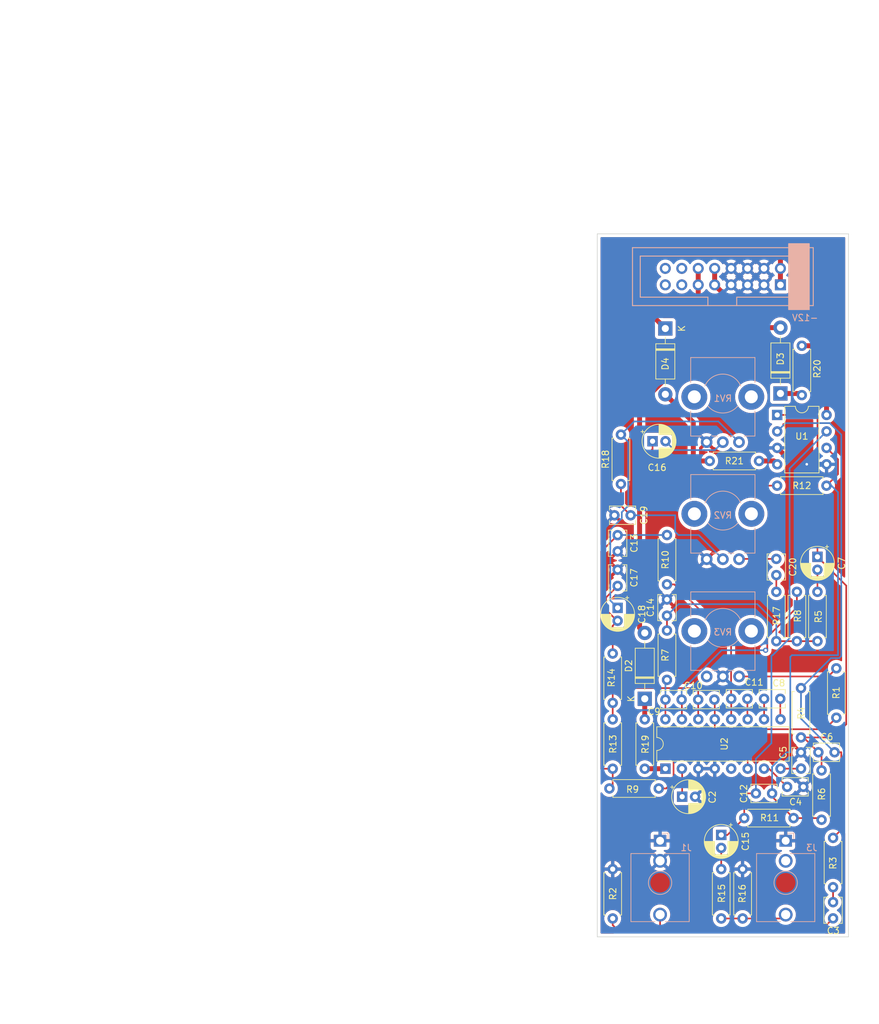
<source format=kicad_pcb>
(kicad_pcb (version 20211014) (generator pcbnew)
  (layers (0 "F.Cu" signal) (31 "B.Cu" signal) (34 "B.Paste" user) (35 "F.Paste" user) (36 "B.SilkS" user "B.Silkscreen") (37 "F.SilkS" user "F.Silkscreen") (38 "B.Mask" user) (39 "F.Mask" user) (44 "Edge.Cuts" user))
  (net 0 "")
  (net 1 "Net-(C2-Pad1)")
  (net 2 "GND")
  (net 3 "Net-(C3-Pad1)")
  (net 4 "Net-(C3-Pad2)")
  (net 5 "Net-(C4-Pad1)")
  (net 6 "Net-(C5-Pad1)")
  (net 7 "Net-(C6-Pad1)")
  (net 8 "Net-(C6-Pad2)")
  (net 9 "Net-(C7-Pad2)")
  (net 10 "Net-(C8-Pad1)")
  (net 11 "Net-(C8-Pad2)")
  (net 12 "Net-(C9-Pad1)")
  (net 13 "Net-(C9-Pad2)")
  (net 14 "Net-(C10-Pad1)")
  (net 15 "Net-(C10-Pad2)")
  (net 16 "Net-(C11-Pad1)")
  (net 17 "Net-(C11-Pad2)")
  (net 18 "Net-(C12-Pad1)")
  (net 19 "Net-(C12-Pad2)")
  (net 20 "Net-(C13-Pad1)")
  (net 21 "Net-(C14-Pad1)")
  (net 22 "Net-(C15-Pad2)")
  (net 23 "Net-(C16-Pad1)")
  (net 24 "Net-(C16-Pad2)")
  (net 25 "Net-(C17-Pad1)")
  (net 26 "Net-(C18-Pad1)")
  (net 27 "Net-(C19-Pad2)")
  (net 28 "Net-(C20-Pad1)")
  (net 29 "Net-(C20-Pad2)")
  (net 30 "/AD5")
  (net 31 "/5+")
  (net 32 "/AD12")
  (net 33 "/12+")
  (net 34 "Net-(D4-Pad1)")
  (net 35 "Net-(D4-Pad2)")
  (net 40 "Net-(R1-Pad1)")
  (net 41 "Net-(R1-Pad2)")
  (net 43 "+12V")
  (net 44 "-12V")
  (net 46 "+5V")
  (net 48 "Net-(J3-PadT)")
  (footprint "Resistor_THT:R_Axial_DIN0207_L6.3mm_D2.5mm_P7.62mm_Horizontal" (layer "F.Cu") (at 152.908 78.232 180)
    (fp_text reference "R21" (at 3.81 0) (layer "F.SilkS"))
    (fp_text value "10")
    (pad "1" thru_hole circle (at 0 0 180) (size 1.6 1.6) (drill 0.8) (layers *.Cu *.Mask) (net 44 "-12V"))
    (pad "2" thru_hole oval (at 7.62 0 180) (size 1.6 1.6) (drill 0.8) (layers *.Cu *.Mask) (net 35 "Net-(D4-Pad2)"))
  )
  (footprint "Resistor_THT:R_Axial_DIN0207_L6.3mm_D2.5mm_P7.62mm_Horizontal" (layer "F.Cu") (at 130.302 148.844 90)
    (fp_text reference "R2" (at 3.814 0.038 90) (layer "F.SilkS"))
    (fp_text value "1M")
    (pad "1" thru_hole circle (at 0 0 90) (size 1.6 1.6) (drill 0.8) (layers *.Cu *.Mask) (net 3 "Net-(C3-Pad1)"))
    (pad "2" thru_hole oval (at 7.62 0 90) (size 1.6 1.6) (drill 0.8) (layers *.Cu *.Mask) (net 2 "GND"))
  )
  (footprint "Diode_THT:D_DO-41_SOD81_P10.16mm_Horizontal" (layer "F.Cu") (at 156.21 67.818 90)
    (fp_text reference "D3" (at 5.334 0 90) (layer "F.SilkS"))
    (fp_text value "1N5819")
    (pad "1" thru_hole rect (at 0 0 90) (size 2.2 2.2) (drill 1.1) (layers *.Cu *.Mask) (net 32 "/AD12"))
    (pad "2" thru_hole oval (at 10.16 0 90) (size 2.2 2.2) (drill 1.1) (layers *.Cu *.Mask) (net 33 "/12+"))
  )
  (footprint "Capacitor_THT:C_Disc_D3.8mm_W2.6mm_P2.50mm" (layer "F.Cu") (at 155.575 93.345 -90)
    (fp_text reference "C20" (at 1.25 -2.55 90) (layer "F.SilkS"))
    (fp_text value ".022uF")
    (pad "1" thru_hole circle (at 0 0 270) (size 1.6 1.6) (drill 0.8) (layers *.Cu *.Mask) (net 28 "Net-(C20-Pad1)"))
    (pad "2" thru_hole circle (at 2.5 0 270) (size 1.6 1.6) (drill 0.8) (layers *.Cu *.Mask) (net 29 "Net-(C20-Pad2)"))
  )
  (footprint "Resistor_THT:R_Axial_DIN0207_L6.3mm_D2.5mm_P7.62mm_Horizontal" (layer "F.Cu") (at 159.512 60.452 -90)
    (fp_text reference "R20" (at 3.556 -2.37 90) (layer "F.SilkS"))
    (fp_text value "10")
    (pad "1" thru_hole circle (at 0 0 270) (size 1.6 1.6) (drill 0.8) (layers *.Cu *.Mask) (net 43 "+12V"))
    (pad "2" thru_hole oval (at 7.62 0 270) (size 1.6 1.6) (drill 0.8) (layers *.Cu *.Mask) (net 32 "/AD12"))
  )
  (footprint "Capacitor_THT:C_Disc_D3.8mm_W2.6mm_P2.50mm" (layer "F.Cu") (at 164.338 148.824 90)
    (fp_text reference "C3" (at -1.906 0.032 180) (layer "F.SilkS"))
    (fp_text value ".22uF")
    (pad "1" thru_hole circle (at 0 0 90) (size 1.6 1.6) (drill 0.8) (layers *.Cu *.Mask) (net 3 "Net-(C3-Pad1)"))
    (pad "2" thru_hole circle (at 2.5 0 90) (size 1.6 1.6) (drill 0.8) (layers *.Cu *.Mask) (net 4 "Net-(C3-Pad2)"))
  )
  (footprint "Resistor_THT:R_Axial_DIN0207_L6.3mm_D2.5mm_P7.62mm_Horizontal" (layer "F.Cu") (at 150.622 133.35)
    (fp_text reference "R11" (at 3.908 -0.04) (layer "F.SilkS"))
    (fp_text value "12K")
    (pad "1" thru_hole circle (at 0 0) (size 1.6 1.6) (drill 0.8) (layers *.Cu *.Mask) (net 19 "Net-(C12-Pad2)"))
    (pad "2" thru_hole oval (at 7.62 0) (size 1.6 1.6) (drill 0.8) (layers *.Cu *.Mask) (net 18 "Net-(C12-Pad1)"))
  )
  (footprint "Resistor_THT:R_Axial_DIN0207_L6.3mm_D2.5mm_P7.62mm_Horizontal" (layer "F.Cu") (at 162.56 133.604 90)
    (fp_text reference "R6" (at 3.964 0.03 90) (layer "F.SilkS"))
    (fp_text value "22K")
    (pad "1" thru_hole circle (at 0 0 90) (size 1.6 1.6) (drill 0.8) (layers *.Cu *.Mask) (net 18 "Net-(C12-Pad1)"))
    (pad "2" thru_hole oval (at 7.62 0 90) (size 1.6 1.6) (drill 0.8) (layers *.Cu *.Mask) (net 8 "Net-(C6-Pad2)"))
  )
  (footprint "Resistor_THT:R_Axial_DIN0207_L6.3mm_D2.5mm_P7.62mm_Horizontal" (layer "F.Cu") (at 158.75 98.425 -90)
    (fp_text reference "R8" (at 3.735 -0.12 90) (layer "F.SilkS"))
    (fp_text value "10K")
    (pad "1" thru_hole circle (at 0 0 270) (size 1.6 1.6) (drill 0.8) (layers *.Cu *.Mask) (net 13 "Net-(C9-Pad2)"))
    (pad "2" thru_hole oval (at 7.62 0 270) (size 1.6 1.6) (drill 0.8) (layers *.Cu *.Mask) (net 21 "Net-(C14-Pad1)"))
  )
  (footprint "Package_DIP:DIP-8_W7.62mm" (layer "F.Cu") (at 155.712 71.13)
    (fp_text reference "U1" (at 3.81 3.292) (layer "F.SilkS"))
    (fp_text value "TL072")
    (pad "1" thru_hole rect (at 0 0) (size 1.6 1.6) (drill 0.8) (layers *.Cu *.Mask) (net 8 "Net-(C6-Pad2)"))
    (pad "2" thru_hole oval (at 0 2.54) (size 1.6 1.6) (drill 0.8) (layers *.Cu *.Mask) (net 7 "Net-(C6-Pad1)"))
    (pad "3" thru_hole oval (at 0 5.08) (size 1.6 1.6) (drill 0.8) (layers *.Cu *.Mask) (net 2 "GND"))
    (pad "4" thru_hole oval (at 0 7.62) (size 1.6 1.6) (drill 0.8) (layers *.Cu *.Mask) (net 44 "-12V"))
    (pad "5" thru_hole oval (at 7.62 7.62) (size 1.6 1.6) (drill 0.8) (layers *.Cu *.Mask) (net 2 "GND"))
    (pad "6" thru_hole oval (at 7.62 5.08) (size 1.6 1.6) (drill 0.8) (layers *.Cu *.Mask) (net 18 "Net-(C12-Pad1)"))
    (pad "7" thru_hole oval (at 7.62 2.54) (size 1.6 1.6) (drill 0.8) (layers *.Cu *.Mask) (net 19 "Net-(C12-Pad2)"))
    (pad "8" thru_hole oval (at 7.62 0) (size 1.6 1.6) (drill 0.8) (layers *.Cu *.Mask) (net 43 "+12V"))
  )
  (footprint "MountingHole:MountingHole_3.2mm_M3" (layer "F.Cu") (at 85.24 161.67)
    (fp_text reference "REF**" hide)
    (fp_text value "MountingHole_3.2mm_M3" hide)
    (pad "" np_thru_hole oval locked (at 0 0) (size 7 3.2) (drill oval 7 3.2) (layers F&B.Cu *.Mask))
  )
  (footprint "Capacitor_THT:CP_Radial_D5.0mm_P2.00mm" (layer "F.Cu") (at 136.458888 75.184)
    (fp_text reference "C16" (at 0.701112 4.064) (layer "F.SilkS"))
    (fp_text value "1uF")
    (pad "1" thru_hole rect (at 0 0) (size 1.6 1.6) (drill 0.8) (layers *.Cu *.Mask) (net 23 "Net-(C16-Pad1)"))
    (pad "2" thru_hole circle (at 2 0) (size 1.6 1.6) (drill 0.8) (layers *.Cu *.Mask) (net 24 "Net-(C16-Pad2)"))
  )
  (footprint "Capacitor_THT:C_Disc_D3.8mm_W2.6mm_P2.50mm" (layer "F.Cu") (at 148.61 114.935)
    (fp_text reference "C11" (at 3.536 -2.55) (layer "F.SilkS"))
    (fp_text value ".1uF")
    (pad "1" thru_hole circle (at 0 0) (size 1.6 1.6) (drill 0.8) (layers *.Cu *.Mask) (net 16 "Net-(C11-Pad1)"))
    (pad "2" thru_hole circle (at 2.5 0) (size 1.6 1.6) (drill 0.8) (layers *.Cu *.Mask) (net 17 "Net-(C11-Pad2)"))
  )
  (footprint "Diode_THT:D_DO-41_SOD81_P10.16mm_Horizontal" (layer "F.Cu") (at 138.43 57.785 -90)
    (fp_text reference "D4" (at 5.461 0 90) (layer "F.SilkS"))
    (fp_text value "1N5819")
    (fp_text user "K" (at 0 -2.54 90) (layer "F.SilkS"))
    (pad "1" thru_hole rect (at 0 0 270) (size 2.2 2.2) (drill 1.1) (layers *.Cu *.Mask) (net 34 "Net-(D4-Pad1)"))
    (pad "2" thru_hole oval (at 10.16 0 270) (size 2.2 2.2) (drill 1.1) (layers *.Cu *.Mask) (net 35 "Net-(D4-Pad2)"))
  )
  (footprint "Capacitor_THT:CP_Radial_D5.0mm_P2.00mm" (layer "F.Cu") (at 131.064 100.898888 -90)
    (fp_text reference "C18" (at 1 -3.75 90) (layer "F.SilkS"))
    (fp_text value "1uF")
    (pad "1" thru_hole rect (at 0 0 270) (size 1.6 1.6) (drill 0.8) (layers *.Cu *.Mask) (net 26 "Net-(C18-Pad1)"))
    (pad "2" thru_hole circle (at 2 0 270) (size 1.6 1.6) (drill 0.8) (layers *.Cu *.Mask) (net 25 "Net-(C17-Pad1)"))
  )
  (footprint "Capacitor_THT:C_Disc_D3.8mm_W2.6mm_P2.50mm" (layer "F.Cu") (at 130.576 86.614)
    (fp_text reference "C19" (at 4.552 0 90) (layer "F.SilkS"))
    (fp_text value ".047uF")
    (pad "1" thru_hole circle (at 0 0) (size 1.6 1.6) (drill 0.8) (layers *.Cu *.Mask) (net 2 "GND"))
    (pad "2" thru_hole circle (at 2.5 0) (size 1.6 1.6) (drill 0.8) (layers *.Cu *.Mask) (net 27 "Net-(C19-Pad2)"))
  )
  (footprint "Capacitor_THT:C_Disc_D3.8mm_W2.6mm_P2.50mm" (layer "F.Cu") (at 131.064 97.516 90)
    (fp_text reference "C17" (at 1.25 2.54 90) (layer "F.SilkS"))
    (fp_text value ".01uF")
    (pad "1" thru_hole circle (at 0 0 90) (size 1.6 1.6) (drill 0.8) (layers *.Cu *.Mask) (net 25 "Net-(C17-Pad1)"))
    (pad "2" thru_hole circle (at 2.5 0 90) (size 1.6 1.6) (drill 0.8) (layers *.Cu *.Mask) (net 2 "GND"))
  )
  (footprint "Capacitor_THT:C_Disc_D3.8mm_W2.6mm_P2.50mm" (layer "F.Cu") (at 164.572 123.19 180)
    (fp_text reference "C6" (at 1.192 2.37) (layer "F.SilkS"))
    (fp_text value "47pF")
    (pad "1" thru_hole circle (at 0 0 180) (size 1.6 1.6) (drill 0.8) (layers *.Cu *.Mask) (net 7 "Net-(C6-Pad1)"))
    (pad "2" thru_hole circle (at 2.5 0 180) (size 1.6 1.6) (drill 0.8) (layers *.Cu *.Mask) (net 8 "Net-(C6-Pad2)"))
  )
  (footprint "Resistor_THT:R_Axial_DIN0207_L6.3mm_D2.5mm_P7.62mm_Horizontal" (layer "F.Cu") (at 131.572 81.788 90)
    (fp_text reference "R18" (at 3.81 -2.37 90) (layer "F.SilkS"))
    (fp_text value "2K")
    (pad "1" thru_hole circle (at 0 0 90) (size 1.6 1.6) (drill 0.8) (layers *.Cu *.Mask) (net 27 "Net-(C19-Pad2)"))
    (pad "2" thru_hole oval (at 7.62 0 90) (size 1.6 1.6) (drill 0.8) (layers *.Cu *.Mask) (net 26 "Net-(C18-Pad1)"))
  )
  (footprint "Resistor_THT:R_Axial_DIN0207_L6.3mm_D2.5mm_P7.62mm_Horizontal" (layer "F.Cu") (at 155.702 82.042)
    (fp_text reference "R12" (at 3.81 0) (layer "F.SilkS"))
    (fp_text value "20K")
    (pad "1" thru_hole circle (at 0 0) (size 1.6 1.6) (drill 0.8) (layers *.Cu *.Mask) (net 23 "Net-(C16-Pad1)"))
    (pad "2" thru_hole oval (at 7.62 0) (size 1.6 1.6) (drill 0.8) (layers *.Cu *.Mask) (net 18 "Net-(C12-Pad1)"))
  )
  (footprint "" (layer "F.Cu") (at 39.46 58.57)
    (fp_text reference "" (at 0 0) (layer "F.SilkS") (effects (font (size 1.27 1.27))))
    (fp_text value "" (at 0 0) (layer "F.SilkS") (effects (font (size 1.27 1.27))))
    (pad "" np_thru_hole circle (at 0 0) (size 7.2 7.2) (drill 7.2) (layers F&B.Cu *.Mask))
  )
  (footprint "Capacitor_THT:C_Disc_D3.8mm_W2.6mm_P2.50mm" (layer "F.Cu") (at 159.385 125.71 90)
    (fp_text reference "C5" (at 2.49 -2.745 90) (layer "F.SilkS"))
    (fp_text value ".1uF")
    (pad "1" thru_hole circle (at 0 0 90) (size 1.6 1.6) (drill 0.8) (layers *.Cu *.Mask) (net 6 "Net-(C5-Pad1)"))
    (pad "2" thru_hole circle (at 2.5 0 90) (size 1.6 1.6) (drill 0.8) (layers *.Cu *.Mask) (net 2 "GND"))
  )
  (footprint "Resistor_THT:R_Axial_DIN0207_L6.3mm_D2.5mm_P7.62mm_Horizontal" (layer "F.Cu") (at 130.302 118.11 -90)
    (fp_text reference "R13" (at 3.81 -0.048 90) (layer "F.SilkS"))
    (fp_text value "20K")
    (pad "1" thru_hole circle (at 0 0 270) (size 1.6 1.6) (drill 0.8) (layers *.Cu *.Mask) (net 14 "Net-(C10-Pad1)"))
    (pad "2" thru_hole oval (at 7.62 0 270) (size 1.6 1.6) (drill 0.8) (layers *.Cu *.Mask) (net 20 "Net-(C13-Pad1)"))
  )
  (footprint "Diode_THT:D_DO-41_SOD81_P10.16mm_Horizontal" (layer "F.Cu") (at 135.255 114.935 90)
    (fp_text reference "D2" (at 5.08 -2.47 90) (layer "F.SilkS"))
    (fp_text value "1N5819")
    (fp_text user "K" (at 0 -2.1 90) (layer "F.SilkS"))
    (pad "1" thru_hole rect (at 0 0 90) (size 2.2 2.2) (drill 1.1) (layers *.Cu *.Mask) (net 30 "/AD5"))
    (pad "2" thru_hole oval (at 10.16 0 90) (size 2.2 2.2) (drill 1.1) (layers *.Cu *.Mask) (net 31 "/5+"))
  )
  (footprint "Resistor_THT:R_Axial_DIN0207_L6.3mm_D2.5mm_P7.62mm_Horizontal" (layer "F.Cu") (at 138.684 97.282 90)
    (fp_text reference "R10" (at 3.81 -0.254 90) (layer "F.SilkS"))
    (fp_text value "10K")
    (pad "1" thru_hole circle (at 0 0 90) (size 1.6 1.6) (drill 0.8) (layers *.Cu *.Mask) (net 16 "Net-(C11-Pad1)"))
    (pad "2" thru_hole oval (at 7.62 0 90) (size 1.6 1.6) (drill 0.8) (layers *.Cu *.Mask) (net 20 "Net-(C13-Pad1)"))
  )
  (footprint "Resistor_THT:R_Axial_DIN0207_L6.3mm_D2.5mm_P7.62mm_Horizontal" (layer "F.Cu") (at 135.255 118.11 -90)
    (fp_text reference "R19" (at 3.85 -0.085 90) (layer "F.SilkS"))
    (fp_text value "10")
    (pad "1" thru_hole circle (at 0 0 270) (size 1.6 1.6) (drill 0.8) (layers *.Cu *.Mask) (net 30 "/AD5"))
    (pad "2" thru_hole oval (at 7.62 0 270) (size 1.6 1.6) (drill 0.8) (layers *.Cu *.Mask) (net 46 "+5V"))
  )
  (footprint "Capacitor_THT:C_Disc_D3.8mm_W2.6mm_P2.50mm" (layer "F.Cu") (at 153.69 114.935)
    (fp_text reference "C8" (at 2.266 -2.413) (layer "F.SilkS"))
    (fp_text value ".1uF")
    (pad "1" thru_hole circle (at 0 0) (size 1.6 1.6) (drill 0.8) (layers *.Cu *.Mask) (net 10 "Net-(C8-Pad1)"))
    (pad "2" thru_hole circle (at 2.5 0) (size 1.6 1.6) (drill 0.8) (layers *.Cu *.Mask) (net 11 "Net-(C8-Pad2)"))
  )
  (footprint "Custom_Footprints:Alpha_9mm_pot_hole" (layer "F.Cu") (at 67.58 79.81)
    (fp_text reference "Ref**" hide)
    (fp_text value "Alpha_9mm_pot_hole" hide)
    (pad "" np_thru_hole circle (at 0 0) (size 7.2 7.2) (drill 7.2) (layers F&B.Cu *.Mask))
  )
  (footprint "Resistor_THT:R_Axial_DIN0207_L6.3mm_D2.5mm_P7.62mm_Horizontal" (layer "F.Cu") (at 138.684 112.014 90)
    (fp_text reference "R7" (at 3.804 -0.254 90) (layer "F.SilkS"))
    (fp_text value "10K")
    (pad "1" thru_hole circle (at 0 0 90) (size 1.6 1.6) (drill 0.8) (layers *.Cu *.Mask) (net 12 "Net-(C9-Pad1)"))
    (pad "2" thru_hole oval (at 7.62 0 90) (size 1.6 1.6) (drill 0.8) (layers *.Cu *.Mask) (net 21 "Net-(C14-Pad1)"))
  )
  (footprint "MountingHole:MountingHole_3.2mm_M3" (layer "F.Cu") (at 49.66 39.17)
    (fp_text reference "REF**" hide)
    (fp_text value "MountingHole_3.2mm_M3" hide)
    (pad "" np_thru_hole oval locked (at 0 0) (size 7 3.2) (drill oval 7 3.2) (layers F&B.Cu *.Mask))
  )
  (footprint "Resistor_THT:R_Axial_DIN0207_L6.3mm_D2.5mm_P7.62mm_Horizontal" (layer "F.Cu") (at 164.338 136.398 -90)
    (fp_text reference "R3" (at 3.902 -0.002 90) (layer "F.SilkS"))
    (fp_text value "180K")
    (pad "1" thru_hole circle (at 0 0 270) (size 1.6 1.6) (drill 0.8) (layers *.Cu *.Mask) (net 7 "Net-(C6-Pad1)"))
    (pad "2" thru_hole oval (at 7.62 0 270) (size 1.6 1.6) (drill 0.8) (layers *.Cu *.Mask) (net 4 "Net-(C3-Pad2)"))
  )
  (footprint "Capacitor_THT:C_Disc_D3.8mm_W2.6mm_P2.50mm" (layer "F.Cu") (at 138.684 102.108 90)
    (fp_text reference "C14" (at 1.25 -2.55 90) (layer "F.SilkS"))
    (fp_text value "4700pF")
    (pad "1" thru_hole circle (at 0 0 90) (size 1.6 1.6) (drill 0.8) (layers *.Cu *.Mask) (net 21 "Net-(C14-Pad1)"))
    (pad "2" thru_hole circle (at 2.5 0 90) (size 1.6 1.6) (drill 0.8) (layers *.Cu *.Mask) (net 2 "GND"))
  )
  (footprint "Resistor_THT:R_Axial_DIN0207_L6.3mm_D2.5mm_P7.62mm_Horizontal" (layer "F.Cu") (at 159.385 120.904 90)
    (fp_text reference "R4" (at 3.754 0.035 90) (layer "F.SilkS"))
    (fp_text value "360K")
    (pad "1" thru_hole circle (at 0 0 90) (size 1.6 1.6) (drill 0.8) (layers *.Cu *.Mask) (net 8 "Net-(C6-Pad2)"))
    (pad "2" thru_hole oval (at 7.62 0 90) (size 1.6 1.6) (drill 0.8) (layers *.Cu *.Mask) (net 7 "Net-(C6-Pad1)"))
  )
  (footprint "Capacitor_THT:C_Disc_D3.8mm_W2.6mm_P2.50mm" (layer "F.Cu") (at 131.064 89.682 -90)
    (fp_text reference "C13" (at 1.25 -2.55 90) (layer "F.SilkS"))
    (fp_text value ".015uF")
    (pad "1" thru_hole circle (at 0 0 270) (size 1.6 1.6) (drill 0.8) (layers *.Cu *.Mask) (net 20 "Net-(C13-Pad1)"))
    (pad "2" thru_hole circle (at 2.5 0 270) (size 1.6 1.6) (drill 0.8) (layers *.Cu *.Mask) (net 2 "GND"))
  )
  (footprint "Capacitor_THT:C_Disc_D3.8mm_W2.6mm_P2.50mm" (layer "F.Cu") (at 143.51 115.062)
    (fp_text reference "C10" (at -0.77 -2.142) (layer "F.SilkS"))
    (fp_text value "2200pF")
    (pad "1" thru_hole circle (at 0 0) (size 1.6 1.6) (drill 0.8) (layers *.Cu *.Mask) (net 14 "Net-(C10-Pad1)"))
    (pad "2" thru_hole circle (at 2.5 0) (size 1.6 1.6) (drill 0.8) (layers *.Cu *.Mask) (net 15 "Net-(C10-Pad2)"))
  )
  (footprint "Resistor_THT:R_Axial_DIN0207_L6.3mm_D2.5mm_P7.62mm_Horizontal" (layer "F.Cu") (at 130.302 115.57 90)
    (fp_text reference "R14" (at 3.88 -0.202 90) (layer "F.SilkS"))
    (fp_text value "1K")
    (pad "1" thru_hole circle (at 0 0 90) (size 1.6 1.6) (drill 0.8) (layers *.Cu *.Mask) (net 14 "Net-(C10-Pad1)"))
    (pad "2" thru_hole oval (at 7.62 0 90) (size 1.6 1.6) (drill 0.8) (layers *.Cu *.Mask) (net 25 "Net-(C17-Pad1)"))
  )
  (footprint "Capacitor_THT:CP_Radial_D5.0mm_P2.00mm" (layer "F.Cu") (at 141.030888 130.048)
    (fp_text reference "C2" (at 4.669112 0.072 90) (layer "F.SilkS"))
    (fp_text value "47uF")
    (pad "1" thru_hole rect (at 0 0) (size 1.6 1.6) (drill 0.8) (layers *.Cu *.Mask) (net 1 "Net-(C2-Pad1)"))
    (pad "2" thru_hole circle (at 2 0) (size 1.6 1.6) (drill 0.8) (layers *.Cu *.Mask) (net 2 "GND"))
  )
  (footprint "Resistor_THT:R_Axial_DIN0207_L6.3mm_D2.5mm_P7.62mm_Horizontal" (layer "F.Cu") (at 147.066 148.844 90)
    (fp_text reference "R15" (at 3.874 0.064 90) (layer "F.SilkS"))
    (fp_text value "1K")
    (pad "1" thru_hole circle (at 0 0 90) (size 1.6 1.6) (drill 0.8) (layers *.Cu *.Mask) (net 48 "Net-(J3-PadT)"))
    (pad "2" thru_hole oval (at 7.62 0 90) (size 1.6 1.6) (drill 0.8) (layers *.Cu *.Mask) (net 22 "Net-(C15-Pad2)"))
  )
  (footprint "Resistor_THT:R_Axial_DIN0207_L6.3mm_D2.5mm_P7.62mm_Horizontal" (layer "F.Cu") (at 150.368 148.844 90)
    (fp_text reference "R16" (at 3.854 -0.058 90) (layer "F.SilkS"))
    (fp_text value "100K")
    (pad "1" thru_hole circle (at 0 0 90) (size 1.6 1.6) (drill 0.8) (layers *.Cu *.Mask) (net 48 "Net-(J3-PadT)"))
    (pad "2" thru_hole oval (at 7.62 0 90) (size 1.6 1.6) (drill 0.8) (layers *.Cu *.Mask) (net 2 "GND"))
  )
  (footprint "Custom_Footprints:Sub_Miniature_Switch_MountingHole_3.5mm" (layer "F.Cu") (at 61.4 140.27)
    (fp_text reference "Ref**" hide)
    (fp_text value "Subminiature_Switch" hide)
    (pad "" np_thru_hole circle locked (at 0 0) (size 6.4 6.4) (drill 6.4) (layers F&B.Cu *.Mask))
  )
  (footprint "Resistor_THT:R_Axial_DIN0207_L6.3mm_D2.5mm_P7.62mm_Horizontal" (layer "F.Cu") (at 161.925 106.045 90)
    (fp_text reference "R5" (at 3.785 0.155 90) (layer "F.SilkS"))
    (fp_text value "10K")
    (pad "1" thru_hole circle (at 0 0 90) (size 1.6 1.6) (drill 0.8) (layers *.Cu *.Mask) (net 21 "Net-(C14-Pad1)"))
    (pad "2" thru_hole oval (at 7.62 0 90) (size 1.6 1.6) (drill 0.8) (layers *.Cu *.Mask) (net 9 "Net-(C7-Pad2)"))
  )
  (footprint "Resistor_THT:R_Axial_DIN0207_L6.3mm_D2.5mm_P7.62mm_Horizontal" (layer "F.Cu") (at 164.846 117.856 90)
    (fp_text reference "R1" (at 3.856 -0.016 90) (layer "F.SilkS"))
    (fp_text value "2K")
    (pad "1" thru_hole circle (at 0 0 90) (size 1.6 1.6) (drill 0.8) (layers *.Cu *.Mask) (net 40 "Net-(R1-Pad1)"))
    (pad "2" thru_hole oval (at 7.62 0 90) (size 1.6 1.6) (drill 0.8) (layers *.Cu *.Mask) (net 41 "Net-(R1-Pad2)"))
  )
  (footprint "Resistor_THT:R_Axial_DIN0207_L6.3mm_D2.5mm_P7.62mm_Horizontal" (layer "F.Cu") (at 155.575 98.425 -90)
    (fp_text reference "R17" (at 3.705 -0.045 90) (layer "F.SilkS"))
    (fp_text value "5.1K")
    (pad "1" thru_hole circle (at 0 0 270) (size 1.6 1.6) (drill 0.8) (layers *.Cu *.Mask) (net 29 "Net-(C20-Pad2)"))
    (pad "2" thru_hole oval (at 7.62 0 270) (size 1.6 1.6) (drill 0.8) (layers *.Cu *.Mask) (net 21 "Net-(C14-Pad1)"))
  )
  (footprint "Capacitor_THT:C_Disc_D3.8mm_W2.6mm_P2.50mm" (layer "F.Cu") (at 154.92 129.54 180)
    (fp_text reference "C12" (at 4.37 -0.04 90) (layer "F.SilkS"))
    (fp_text value "100pF")
    (pad "1" thru_hole circle (at 0 0 180) (size 1.6 1.6) (drill 0.8) (layers *.Cu *.Mask) (net 18 "Net-(C12-Pad1)"))
    (pad "2" thru_hole circle (at 2.5 0 180) (size 1.6 1.6) (drill 0.8) (layers *.Cu *.Mask) (net 19 "Net-(C12-Pad2)"))
  )
  (footprint "Custom_Footprints:Sub_Miniature_Switch_MountingHole_3.5mm" (layer "F.Cu") (at 75.962 140.27)
    (fp_text reference "Ref**" hide)
    (fp_text value "Subminiature_Switch" hide)
    (pad "" np_thru_hole circle locked (at 0 0) (size 6.4 6.4) (drill 6.4) (layers F&B.Cu *.Mask))
  )
  (footprint "Capacitor_THT:CP_Radial_D5.0mm_P2.00mm" (layer "F.Cu") (at 147.066 135.950887 -90)
    (fp_text reference "C15" (at 1 -3.75 90) (layer "F.SilkS"))
    (fp_text value "1uF")
    (pad "1" thru_hole rect (at 0 0 270) (size 1.6 1.6) (drill 0.8) (layers *.Cu *.Mask) (net 19 "Net-(C12-Pad2)"))
    (pad "2" thru_hole circle (at 2 0 270) (size 1.6 1.6) (drill 0.8) (layers *.Cu *.Mask) (net 22 "Net-(C15-Pad2)"))
  )
  (footprint "MountingHole:MountingHole_3.2mm_M3" (layer "F.Cu") (at 49.66 161.67)
    (fp_text reference "REF**" hide)
    (fp_text value "MountingHole_3.2mm_M3" hide)
    (pad "" np_thru_hole oval locked (at 0 0) (size 7 3.2) (drill oval 7 3.2) (layers F&B.Cu *.Mask))
  )
  (footprint "Capacitor_THT:CP_Radial_D5.0mm_P2.00mm" (layer "F.Cu") (at 161.925 93.024888 -90)
    (fp_text reference "C7" (at 1 -3.75 90) (layer "F.SilkS"))
    (fp_text value "1uF")
    (pad "1" thru_hole rect (at 0 0 270) (size 1.6 1.6) (drill 0.8) (layers *.Cu *.Mask) (net 8 "Net-(C6-Pad2)"))
    (pad "2" thru_hole circle (at 2 0 270) (size 1.6 1.6) (drill 0.8) (layers *.Cu *.Mask) (net 9 "Net-(C7-Pad2)"))
  )
  (footprint "Resistor_THT:R_Axial_DIN0207_L6.3mm_D2.5mm_P7.62mm_Horizontal" (layer "F.Cu") (at 137.414 128.778 180)
    (fp_text reference "R9" (at 4.044 -0.142) (layer "F.SilkS"))
    (fp_text value "10K")
    (pad "1" thru_hole circle (at 0 0 180) (size 1.6 1.6) (drill 0.8) (layers *.Cu *.Mask) (net 15 "Net-(C10-Pad2)"))
    (pad "2" thru_hole oval (at 7.62 0 180) (size 1.6 1.6) (drill 0.8) (layers *.Cu *.Mask) (net 20 "Net-(C13-Pad1)"))
  )
  (footprint "Capacitor_THT:C_Disc_D3.8mm_W2.6mm_P2.50mm" (layer "F.Cu") (at 157.246 128.524)
    (fp_text reference "C4" (at 1.304 2.326) (layer "F.SilkS"))
    (fp_text value ".1uF")
    (pad "1" thru_hole circle (at 0 0) (size 1.6 1.6) (drill 0.8) (layers *.Cu *.Mask) (net 5 "Net-(C4-Pad1)"))
    (pad "2" thru_hole circle (at 2.5 0) (size 1.6 1.6) (drill 0.8) (layers *.Cu *.Mask) (net 2 "GND"))
  )
  (footprint "" (layer "F.Cu") (at 39.27 68.03)
    (fp_text reference "" (at 0 0) (layer "F.SilkS") (effects (font (size 1.27 1.27))))
    (fp_text value "" (at 0 0) (layer "F.SilkS") (effects (font (size 1.27 1.27))))
    (pad "" np_thru_hole circle (at 0 0) (size 7.2 7.2) (drill 7.2) (layers F&B.Cu *.Mask))
  )
  (footprint "Package_DIP:DIP-16_W7.62mm" (layer "F.Cu") (at 138.445 125.72 90)
    (fp_text reference "U2" (at 3.81 9.105 90) (layer "F.SilkS"))
    (fp_text value "PT2399")
    (pad "1" thru_hole rect (at 0 0 90) (size 1.6 1.6) (drill 0.8) (layers *.Cu *.Mask) (net 46 "+5V"))
    (pad "2" thru_hole oval (at 0 2.54 90) (size 1.6 1.6) (drill 0.8) (layers *.Cu *.Mask) (net 1 "Net-(C2-Pad1)"))
    (pad "3" thru_hole oval (at 0 5.08 90) (size 1.6 1.6) (drill 0.8) (layers *.Cu *.Mask) (net 2 "GND"))
    (pad "4" thru_hole oval (at 0 7.62 90) (size 1.6 1.6) (drill 0.8) (layers *.Cu *.Mask) (net 2 "GND"))
    (pad "5" thru_hole oval (at 0 10.16 90) (size 1.6 1.6) (drill 0.8) (layers *.Cu *.Mask))
    (pad "6" thru_hole oval (at 0 12.7 90) (size 1.6 1.6) (drill 0.8) (layers *.Cu *.Mask) (net 40 "Net-(R1-Pad1)"))
    (pad "7" thru_hole oval (at 0 15.24 90) (size 1.6 1.6) (drill 0.8) (layers *.Cu *.Mask) (net 5 "Net-(C4-Pad1)"))
    (pad "8" thru_hole oval (at 0 17.78 90) (size 1.6 1.6) (drill 0.8) (layers *.Cu *.Mask) (net 6 "Net-(C5-Pad1)"))
    (pad "9" thru_hole oval (at 7.62 17.78 90) (size 1.6 1.6) (drill 0.8) (layers *.Cu *.Mask) (net 11 "Net-(C8-Pad2)"))
    (pad "10" thru_hole oval (at 7.62 15.24 90) (size 1.6 1.6) (drill 0.8) (layers *.Cu *.Mask) (net 10 "Net-(C8-Pad1)"))
    (pad "11" thru_hole oval (at 7.62 12.7 90) (size 1.6 1.6) (drill 0.8) (layers *.Cu *.Mask) (net 17 "Net-(C11-Pad2)"))
    (pad "12" thru_hole oval (at 7.62 10.16 90) (size 1.6 1.6) (drill 0.8) (layers *.Cu *.Mask) (net 16 "Net-(C11-Pad1)"))
    (pad "13" thru_hole oval (at 7.62 7.62 90) (size 1.6 1.6) (drill 0.8) (layers *.Cu *.Mask) (net 15 "Net-(C10-Pad2)"))
    (pad "14" thru_hole oval (at 7.62 5.08 90) (size 1.6 1.6) (drill 0.8) (layers *.Cu *.Mask) (net 14 "Net-(C10-Pad1)"))
    (pad "15" thru_hole oval (at 7.62 2.54 90) (size 1.6 1.6) (drill 0.8) (layers *.Cu *.Mask) (net 13 "Net-(C9-Pad2)"))
    (pad "16" thru_hole oval (at 7.62 0 90) (size 1.6 1.6) (drill 0.8) (layers *.Cu *.Mask) (net 12 "Net-(C9-Pad1)"))
  )
  (footprint "MountingHole:MountingHole_3.2mm_M3" (layer "F.Cu") (at 85.22 39.17)
    (fp_text reference "REF**" hide)
    (fp_text value "MountingHole_3.2mm_M3" hide)
    (pad "" np_thru_hole oval locked (at 0 0) (size 7 3.2) (drill oval 7 3.2) (layers F&B.Cu *.Mask))
  )
  (footprint "Capacitor_THT:C_Disc_D3.8mm_W2.6mm_P2.50mm" (layer "F.Cu") (at 138.45 115.062)
    (fp_text reference "C9" (at -1.75 1.858) (layer "F.SilkS"))
    (fp_text value "2200pF")
    (pad "1" thru_hole circle (at 0 0) (size 1.6 1.6) (drill 0.8) (layers *.Cu *.Mask) (net 12 "Net-(C9-Pad1)"))
    (pad "2" thru_hole circle (at 2.5 0) (size 1.6 1.6) (drill 0.8) (layers *.Cu *.Mask) (net 13 "Net-(C9-Pad2)"))
  )
  (footprint "Custom_Footprints:Alpha_9mm_Potentiometer" (layer "B.Cu") (at 144.81 75.33 90)
    (fp_text reference "RV1" (at 6.75 2.500192) (layer "B.SilkS") (effects (justify mirror)))
    (fp_text value "R_Potentiometer")
    (pad "" np_thru_hole circle locked (at 7 6.9 90) (size 4 4) (drill 2) (layers *.Cu *.Mask))
    (pad "" np_thru_hole circle locked (at 7 -1.9 90) (size 4 4) (drill 2) (layers *.Cu *.Mask))
    (pad "1" thru_hole circle locked (at 0 0 90) (size 1.8 1.8) (drill 1) (layers *.Cu *.Mask) (net 2 "GND"))
    (pad "2" thru_hole circle locked (at 0 2.5 90) (size 1.8 1.8) (drill 1) (layers *.Cu *.Mask) (net 24 "Net-(C16-Pad2)"))
    (pad "3" thru_hole circle locked (at 0 5 90) (size 1.8 1.8) (drill 1) (layers *.Cu *.Mask) (net 26 "Net-(C18-Pad1)"))
  )
  (footprint "Connector_Audio:Jack_3.5mm_QingPu_WQP-PJ398SM_Vertical_CircularHoles" (layer "B.Cu") (at 157.02 136.845 180)
    (fp_text reference "J3" (at -4.03 -1.08) (layer "B.SilkS") (effects (justify mirror)))
    (fp_text value "IN")
    (pad "S" thru_hole rect (at 0 0) (size 1.93 1.83) (drill 1.22) (layers *.Cu *.Mask) (net 2 "GND"))
    (pad "T" thru_hole circle (at 0 -11.4) (size 2.13 2.13) (drill 1.43) (layers *.Cu *.Mask) (net 48 "Net-(J3-PadT)"))
    (pad "TN" thru_hole circle (at 0 -3.1) (size 2.13 2.13) (drill 1.42) (layers *.Cu *.Mask))
    (zone (net 0) (net_name "") (layer "B.Cu") (connect_pads (clearance 0)) (min_thickness 0.254)
      (keepout (tracks not_allowed) (vias not_allowed) (pads not_allowed) (copperpour not_allowed) (footprints not_allowed))
      (fill (thermal_gap 0.508) (thermal_bridge_width 0.508))
      (polygon (pts (xy 155.514859 143.325) (xy 155.53507 143.079171) (xy 155.595159 142.839945) (xy 155.693514 142.613744) (xy 155.827492 142.406645) (xy 155.993496 142.22421) (xy 156.187068 142.071336) (xy 156.403008 141.952131) (xy 156.635518 141.869794) (xy 156.878354 141.826539) (xy 157.124993 141.823525) (xy 157.368813 141.860835) (xy 157.603266 141.937466) (xy 157.822054 142.05136) (xy 158.019303 142.199458) (xy 158.189714 142.377784) (xy 158.328712 142.581548) (xy 158.432564 142.805278) (xy 158.498481 143.042965) (xy 158.524692 143.288226) (xy 158.510493 143.534475) (xy 158.456266 143.775099) (xy 158.363468 144.003634) (xy 158.234589 144.213945) (xy 158.073092 144.400382) (xy 157.883313 144.557939) (xy 157.67035 144.682385) (xy 157.439921 144.770377) (xy 157.198215 144.819553) (xy 156.951722 144.828592) (xy 156.707064 144.79725) (xy 156.470809 144.72637) (xy 156.249303 144.617856) (xy 156.048495 144.474621) (xy 155.873777 144.300512) (xy 155.729842 144.100205) (xy 155.620555 143.879079) (xy 155.548851 143.643074) (xy 155.516656 143.398526)))
    )
  )
  (footprint "Connector_Audio:Jack_3.5mm_QingPu_WQP-PJ398SM_Vertical_CircularHoles" (layer "B.Cu") (at 137.62 136.845 180)
    (fp_text reference "J1" (at -4.03 -1.08) (layer "B.SilkS") (effects (justify mirror)))
    (fp_text value "IN")
    (pad "S" thru_hole rect (at 0 0) (size 1.93 1.83) (drill 1.22) (layers *.Cu *.Mask) (net 2 "GND"))
    (pad "T" thru_hole circle (at 0 -11.4) (size 2.13 2.13) (drill 1.43) (layers *.Cu *.Mask) (net 3 "Net-(C3-Pad1)"))
    (pad "TN" thru_hole circle (at 0 -3.1) (size 2.13 2.13) (drill 1.42) (layers *.Cu *.Mask) (net 2 "GND"))
    (zone (net 0) (net_name "") (layer "B.Cu") (connect_pads (clearance 0)) (min_thickness 0.254)
      (keepout (tracks not_allowed) (vias not_allowed) (pads not_allowed) (copperpour not_allowed) (footprints not_allowed))
      (fill (thermal_gap 0.508) (thermal_bridge_width 0.508))
      (polygon (pts (xy 136.114859 143.325) (xy 136.13507 143.079171) (xy 136.195159 142.839945) (xy 136.293514 142.613744) (xy 136.427492 142.406645) (xy 136.593496 142.22421) (xy 136.787068 142.071336) (xy 137.003008 141.952131) (xy 137.235518 141.869794) (xy 137.478354 141.826539) (xy 137.724993 141.823525) (xy 137.968813 141.860835) (xy 138.203266 141.937466) (xy 138.422054 142.05136) (xy 138.619303 142.199458) (xy 138.789714 142.377784) (xy 138.928712 142.581548) (xy 139.032564 142.805278) (xy 139.098481 143.042965) (xy 139.124692 143.288226) (xy 139.110493 143.534475) (xy 139.056266 143.775099) (xy 138.963468 144.003634) (xy 138.834589 144.213945) (xy 138.673092 144.400382) (xy 138.483313 144.557939) (xy 138.27035 144.682385) (xy 138.039921 144.770377) (xy 137.798215 144.819553) (xy 137.551722 144.828592) (xy 137.307064 144.79725) (xy 137.070809 144.72637) (xy 136.849303 144.617856) (xy 136.648495 144.474621) (xy 136.473777 144.300512) (xy 136.329842 144.100205) (xy 136.220555 143.879079) (xy 136.148851 143.643074) (xy 136.116656 143.398526)))
    )
  )
  (footprint "Custom_Footprints:Eurorack_16_pin_header" (layer "B.Cu") (at 156.21 51.054 180)
    (fp_text reference "J2" hide)
    (fp_text value "Eurorack 16 DIP Header" hide)
    (fp_text user "-12V" (at -3.81 -5.08) (layer "B.SilkS") (effects (justify mirror)))
    (pad "1" thru_hole rect locked (at 0 0 180) (size 1.7 1.7) (drill 1) (layers *.Cu *.Mask) (net 34 "Net-(D4-Pad1)"))
    (pad "2" thru_hole circle locked (at 0 2.54 180) (size 1.7 1.7) (drill 1) (layers *.Cu *.Mask) (net 34 "Net-(D4-Pad1)"))
    (pad "3" thru_hole circle locked (at 2.54 0 180) (size 1.7 1.7) (drill 1) (layers *.Cu *.Mask) (net 2 "GND"))
    (pad "4" thru_hole circle locked (at 2.54 2.54 180) (size 1.7 1.7) (drill 1) (layers *.Cu *.Mask) (net 2 "GND"))
    (pad "5" thru_hole circle locked (at 5.08 0 180) (size 1.7 1.7) (drill 1) (layers *.Cu *.Mask) (net 2 "GND"))
    (pad "6" thru_hole circle locked (at 5.08 2.54 180) (size 1.7 1.7) (drill 1) (layers *.Cu *.Mask) (net 2 "GND"))
    (pad "7" thru_hole circle locked (at 7.62 0 180) (size 1.7 1.7) (drill 1) (layers *.Cu *.Mask) (net 2 "GND"))
    (pad "8" thru_hole circle locked (at 7.62 2.54 180) (size 1.7 1.7) (drill 1) (layers *.Cu *.Mask) (net 2 "GND"))
    (pad "9" thru_hole circle locked (at 10.16 0 180) (size 1.7 1.7) (drill 1) (layers *.Cu *.Mask) (net 33 "/12+"))
    (pad "10" thru_hole circle locked (at 10.16 2.54 180) (size 1.7 1.7) (drill 1) (layers *.Cu *.Mask) (net 33 "/12+"))
    (pad "11" thru_hole circle locked (at 12.7 0 180) (size 1.7 1.7) (drill 1) (layers *.Cu *.Mask) (net 31 "/5+"))
    (pad "12" thru_hole circle locked (at 12.7 2.54 180) (size 1.7 1.7) (drill 1) (layers *.Cu *.Mask) (net 31 "/5+"))
    (pad "13" thru_hole circle locked (at 15.24 0 180) (size 1.7 1.7) (drill 1) (layers *.Cu *.Mask))
    (pad "14" thru_hole circle locked (at 15.24 2.54 180) (size 1.7 1.7) (drill 1) (layers *.Cu *.Mask))
    (pad "15" thru_hole circle locked (at 17.78 0 180) (size 1.7 1.7) (drill 1) (layers *.Cu *.Mask))
    (pad "16" thru_hole circle locked (at 17.78 2.54 180) (size 1.7 1.7) (drill 1) (layers *.Cu *.Mask))
  )
  (footprint "Custom_Footprints:Alpha_9mm_Potentiometer" (layer "B.Cu") (at 144.82 111.49 90)
    (fp_text reference "RV3" (at 6.842 2.500192) (layer "B.SilkS") (effects (justify mirror)))
    (fp_text value "R_Potentiometer")
    (pad "" np_thru_hole circle locked (at 7 -1.9 90) (size 4 4) (drill 2) (layers *.Cu *.Mask))
    (pad "" np_thru_hole circle locked (at 7 6.9 90) (size 4 4) (drill 2) (layers *.Cu *.Mask))
    (pad "1" thru_hole circle locked (at 0 0 90) (size 1.8 1.8) (drill 1) (layers *.Cu *.Mask))
    (pad "2" thru_hole circle locked (at 0 2.5 90) (size 1.8 1.8) (drill 1) (layers *.Cu *.Mask) (net 2 "GND"))
    (pad "3" thru_hole circle locked (at 0 5 90) (size 1.8 1.8) (drill 1) (layers *.Cu *.Mask) (net 41 "Net-(R1-Pad2)"))
  )
  (footprint "Custom_Footprints:Alpha_9mm_Potentiometer" (layer "B.Cu") (at 144.82 93.39 90)
    (fp_text reference "RV2" (at 6.776 2.500192) (layer "B.SilkS") (effects (justify mirror)))
    (fp_text value "R_Potentiometer")
    (pad "" np_thru_hole circle locked (at 7 -1.9 90) (size 4 4) (drill 2) (layers *.Cu *.Mask))
    (pad "" np_thru_hole circle locked (at 7 6.9 90) (size 4 4) (drill 2) (layers *.Cu *.Mask))
    (pad "1" thru_hole circle locked (at 0 0 90) (size 1.8 1.8) (drill 1) (layers *.Cu *.Mask) (net 2 "GND"))
    (pad "2" thru_hole circle locked (at 0 2.5 90) (size 1.8 1.8) (drill 1) (layers *.Cu *.Mask) (net 27 "Net-(C19-Pad2)"))
    (pad "3" thru_hole circle locked (at 0 5 90) (size 1.8 1.8) (drill 1) (layers *.Cu *.Mask) (net 28 "Net-(C20-Pad1)"))
  )
  (gr_line (start 127.92 43.18) (end 127.92 151.68) (layer "Edge.Cuts") (width 0.1))
  (gr_line (start 166.72 151.68) (end 166.72 43.18) (layer "Edge.Cuts") (width 0.1))
  (gr_line (start 127.92 43.18) (end 166.72 43.18) (layer "Edge.Cuts") (width 0.1))
  (gr_line (start 127.92 151.68) (end 166.72 151.68) (layer "Edge.Cuts") (width 0.1))
  (segment (start 141.030888 130.048) (end 141.030888 125.765888) (width 0.254) (layer "F.Cu") (net 1))
  (segment (start 141.030888 125.765888) (end 140.985 125.72) (width 0.254) (layer "F.Cu") (net 1))
  (segment (start 160.274 78.74) (end 158.242 78.74) (width 0.762) (layer "F.Cu") (net 2))
  (segment (start 158.242 78.74) (end 155.712 76.21) (width 0.762) (layer "F.Cu") (net 2))
  (via (at 160.274 78.74) (size 0.8) (drill 0.4) (layers "F.Cu" "B.Cu") (net 2))
  (segment (start 160.284 78.75) (end 160.274 78.74) (width 0.762) (layer "B.Cu") (net 2))
  (segment (start 163.332 78.75) (end 160.284 78.75) (width 0.762) (layer "B.Cu") (net 2))
  (segment (start 162.54 150.622) (end 137.668 150.622) (width 0.254) (layer "F.Cu") (net 3))
  (segment (start 131.064 150.622) (end 137.668 150.622) (width 0.254) (layer "F.Cu") (net 3))
  (segment (start 164.338 148.824) (end 162.54 150.622) (width 0.254) (layer "F.Cu") (net 3))
  (segment (start 137.668 150.622) (end 137.62 150.574) (width 0.254) (layer "F.Cu") (net 3))
  (segment (start 130.302 149.86) (end 131.064 150.622) (width 0.254) (layer "F.Cu") (net 3))
  (segment (start 130.302 148.844) (end 130.302 149.86) (width 0.254) (layer "F.Cu") (net 3))
  (segment (start 137.62 150.574) (end 137.62 148.245) (width 0.254) (layer "F.Cu") (net 3))
  (segment (start 164.338 146.324) (end 164.338 144.018) (width 0.254) (layer "F.Cu") (net 4))
  (segment (start 157.246 128.524) (end 154.442 125.72) (width 0.254) (layer "F.Cu") (net 5))
  (segment (start 154.442 125.72) (end 153.685 125.72) (width 0.254) (layer "F.Cu") (net 5))
  (segment (start 159.375 125.72) (end 159.385 125.71) (width 0.254) (layer "F.Cu") (net 6))
  (segment (start 156.225 125.72) (end 159.375 125.72) (width 0.254) (layer "F.Cu") (net 6))
  (segment (start 165.608 135.128) (end 165.608 123.19) (width 0.254) (layer "F.Cu") (net 7))
  (segment (start 164.338 136.398) (end 165.608 135.128) (width 0.254) (layer "F.Cu") (net 7))
  (segment (start 165.608 123.19) (end 164.572 123.19) (width 0.254) (layer "F.Cu") (net 7))
  (segment (start 164.011 108.658) (end 165.288053 108.658) (width 0.254) (layer "B.Cu") (net 7))
  (segment (start 165.288053 108.658) (end 165.608 108.338053) (width 0.254) (layer "B.Cu") (net 7))
  (segment (start 164.572 123.19) (end 159.385 118.003) (width 0.254) (layer "B.Cu") (net 7))
  (segment (start 156.992 72.39) (end 155.712 73.67) (width 0.254) (layer "B.Cu") (net 7))
  (segment (start 165.608 74.168) (end 163.83 72.39) (width 0.254) (layer "B.Cu") (net 7))
  (segment (start 163.83 72.39) (end 156.992 72.39) (width 0.254) (layer "B.Cu") (net 7))
  (segment (start 165.608 108.338053) (end 165.608 74.168) (width 0.254) (layer "B.Cu") (net 7))
  (segment (start 159.385 118.003) (end 159.385 113.284) (width 0.254) (layer "B.Cu") (net 7))
  (segment (start 159.385 113.284) (end 164.011 108.658) (width 0.254) (layer "B.Cu") (net 7))
  (segment (start 155.712 71.13) (end 161.788 71.13) (width 0.254) (layer "F.Cu") (net 8))
  (segment (start 162.072 123.19) (end 159.786 120.904) (width 0.254) (layer "F.Cu") (net 8))
  (segment (start 161.925 71.247) (end 161.925 93.024888) (width 0.254) (layer "F.Cu") (net 8))
  (segment (start 161.925 93.024888) (end 166.37 97.469888) (width 0.254) (layer "F.Cu") (net 8))
  (segment (start 162.56 125.984) (end 162.56 123.678) (width 0.254) (layer "F.Cu") (net 8))
  (segment (start 166.37 97.469888) (end 166.37 118.872) (width 0.254) (layer "F.Cu") (net 8))
  (segment (start 162.56 123.678) (end 162.072 123.19) (width 0.254) (layer "F.Cu") (net 8))
  (segment (start 161.798 71.12) (end 161.925 71.247) (width 0.254) (layer "F.Cu") (net 8))
  (segment (start 164.338 120.904) (end 159.385 120.904) (width 0.254) (layer "F.Cu") (net 8))
  (segment (start 166.37 118.872) (end 164.338 120.904) (width 0.254) (layer "F.Cu") (net 8))
  (segment (start 161.788 71.13) (end 161.798 71.12) (width 0.254) (layer "F.Cu") (net 8))
  (segment (start 159.786 120.904) (end 159.385 120.904) (width 0.254) (layer "F.Cu") (net 8))
  (segment (start 161.925 95.024888) (end 161.925 98.425) (width 0.254) (layer "F.Cu") (net 9))
  (segment (start 153.69 118.095) (end 153.685 118.1) (width 0.254) (layer "F.Cu") (net 10))
  (segment (start 153.69 114.935) (end 153.69 118.095) (width 0.254) (layer "F.Cu") (net 10))
  (segment (start 156.19 114.935) (end 156.19 118.065) (width 0.254) (layer "F.Cu") (net 11))
  (segment (start 156.19 118.065) (end 156.225 118.1) (width 0.254) (layer "F.Cu") (net 11))
  (segment (start 138.445 115.067) (end 138.45 115.062) (width 0.254) (layer "F.Cu") (net 12))
  (segment (start 138.445 118.1) (end 138.445 115.067) (width 0.254) (layer "F.Cu") (net 12))
  (segment (start 138.45 115.062) (end 138.45 112.248) (width 0.254) (layer "B.Cu") (net 12))
  (segment (start 138.45 112.248) (end 138.684 112.014) (width 0.254) (layer "B.Cu") (net 12))
  (segment (start 140.985 118.1) (end 140.985 115.097) (width 0.254) (layer "F.Cu") (net 13))
  (segment (start 154.178 107.188) (end 154.178 105.41) (width 0.254) (layer "F.Cu") (net 13))
  (segment (start 158.75 100.838) (end 158.75 98.425) (width 0.254) (layer "F.Cu") (net 13))
  (segment (start 153.924 107.442) (end 154.178 107.188) (width 0.254) (layer "F.Cu") (net 13))
  (segment (start 154.178 105.41) (end 158.75 100.838) (width 0.254) (layer "F.Cu") (net 13))
  (segment (start 140.985 115.097) (end 140.95 115.062) (width 0.254) (layer "F.Cu") (net 13))
  (via (at 153.924 107.442) (size 0.8) (drill 0.4) (layers "F.Cu" "B.Cu") (net 13))
  (segment (start 140.95 115.062) (end 140.95 113.624759) (width 0.254) (layer "B.Cu") (net 13))
  (segment (start 147.132759 107.442) (end 153.924 107.442) (width 0.254) (layer "B.Cu") (net 13))
  (segment (start 140.95 113.624759) (end 147.132759 107.442) (width 0.254) (layer "B.Cu") (net 13))
  (segment (start 143.51 118.085) (end 143.525 118.1) (width 0.254) (layer "F.Cu") (net 14))
  (segment (start 130.302 113.284) (end 130.302 115.57) (width 0.254) (layer "F.Cu") (net 14))
  (segment (start 130.302 115.57) (end 130.302 118.11) (width 0.254) (layer "F.Cu") (net 14))
  (segment (start 143.51 115.062) (end 143.51 118.085) (width 0.254) (layer "F.Cu") (net 14))
  (segment (start 143.51 113.284) (end 130.302 113.284) (width 0.254) (layer "F.Cu") (net 14))
  (segment (start 143.51 115.062) (end 143.51 113.284) (width 0.254) (layer "F.Cu") (net 14))
  (segment (start 146.05 120.396) (end 146.065 120.381) (width 0.254) (layer "F.Cu") (net 15))
  (segment (start 139.7 120.396) (end 146.05 120.396) (width 0.254) (layer "F.Cu") (net 15))
  (segment (start 146.065 120.381) (end 146.065 118.1) (width 0.254) (layer "F.Cu") (net 15))
  (segment (start 146.065 118.1) (end 146.065 115.117) (width 0.254) (layer "F.Cu") (net 15))
  (segment (start 146.065 115.117) (end 146.01 115.062) (width 0.254) (layer "F.Cu") (net 15))
  (segment (start 139.7 127.62337) (end 139.7 120.396) (width 0.254) (layer "F.Cu") (net 15))
  (segment (start 138.54537 128.778) (end 139.7 127.62337) (width 0.254) (layer "F.Cu") (net 15))
  (segment (start 137.414 128.778) (end 138.54537 128.778) (width 0.254) (layer "F.Cu") (net 15))
  (segment (start 148.59 106.05663) (end 148.59 114.046) (width 0.254) (layer "F.Cu") (net 16))
  (segment (start 138.684 97.282) (end 139.81537 97.282) (width 0.254) (layer "F.Cu") (net 16))
  (segment (start 148.61 114.935) (end 148.61 118.095) (width 0.254) (layer "F.Cu") (net 16))
  (segment (start 148.61 118.095) (end 148.605 118.1) (width 0.254) (layer "F.Cu") (net 16))
  (segment (start 139.81537 97.282) (end 148.59 106.05663) (width 0.254) (layer "F.Cu") (net 16))
  (segment (start 151.11 114.935) (end 151.11 118.065) (width 0.254) (layer "F.Cu") (net 17))
  (segment (start 151.11 118.065) (end 151.145 118.1) (width 0.254) (layer "F.Cu") (net 17))
  (segment (start 158.242 133.35) (end 162.306 133.35) (width 0.254) (layer "F.Cu") (net 18))
  (segment (start 158.242 133.35) (end 154.92 130.028) (width 0.254) (layer "F.Cu") (net 18))
  (segment (start 165.1 77.978) (end 165.1 80.264) (width 0.254) (layer "F.Cu") (net 18))
  (segment (start 154.92 130.028) (end 154.92 129.54) (width 0.254) (layer "F.Cu") (net 18))
  (segment (start 162.306 133.35) (end 162.56 133.604) (width 0.254) (layer "F.Cu") (net 18))
  (segment (start 165.1 80.264) (end 163.322 82.042) (width 0.254) (layer "F.Cu") (net 18))
  (segment (start 163.332 76.21) (end 165.1 77.978) (width 0.254) (layer "F.Cu") (net 18))
  (segment (start 157.734 108.458) (end 157.988 108.204) (width 0.254) (layer "B.Cu") (net 18))
  (segment (start 157.161181 123.19) (end 157.734 123.19) (width 0.254) (layer "B.Cu") (net 18))
  (segment (start 157.734 123.19) (end 157.734 108.458) (width 0.254) (layer "B.Cu") (net 18))
  (segment (start 164.084 82.042) (end 163.322 82.042) (width 0.254) (layer "B.Cu") (net 18))
  (segment (start 154.92 129.54) (end 154.92 125.431181) (width 0.254) (layer "B.Cu") (net 18))
  (segment (start 165.1 83.058) (end 164.084 82.042) (width 0.254) (layer "B.Cu") (net 18))
  (segment (start 165.1 108.204) (end 165.1 83.058) (width 0.254) (layer "B.Cu") (net 18))
  (segment (start 154.92 125.431181) (end 157.161181 123.19) (width 0.254) (layer "B.Cu") (net 18))
  (segment (start 157.988 108.204) (end 165.1 108.204) (width 0.254) (layer "B.Cu") (net 18))
  (segment (start 147.066 135.950887) (end 148.021113 135.950887) (width 0.254) (layer "F.Cu") (net 19))
  (segment (start 152.42 129.54) (end 150.622 129.54) (width 0.254) (layer "F.Cu") (net 19))
  (segment (start 150.622 129.54) (end 150.622 133.35) (width 0.254) (layer "F.Cu") (net 19))
  (segment (start 148.021113 135.950887) (end 150.622 133.35) (width 0.254) (layer "F.Cu") (net 19))
  (segment (start 154.94 108.204) (end 155.009819 108.204) (width 0.254) (layer "B.Cu") (net 19))
  (segment (start 154.817 121.789) (end 154.817 108.327) (width 0.254) (layer "B.Cu") (net 19))
  (segment (start 152.42 129.54) (end 152.42 124.186) (width 0.254) (layer "B.Cu") (net 19))
  (segment (start 152.42 124.186) (end 154.817 121.789) (width 0.254) (layer "B.Cu") (net 19))
  (segment (start 157.623 105.590819) (end 157.623 79.379) (width 0.254) (layer "B.Cu") (net 19))
  (segment (start 154.817 108.327) (end 154.94 108.204) (width 0.254) (layer "B.Cu") (net 19))
  (segment (start 157.623 79.379) (end 163.332 73.67) (width 0.254) (layer "B.Cu") (net 19))
  (segment (start 155.009819 108.204) (end 157.623 105.590819) (width 0.254) (layer "B.Cu") (net 19))
  (segment (start 128.524 92.222) (end 128.524 125.73) (width 0.254) (layer "F.Cu") (net 20))
  (segment (start 130.302 128.27) (end 129.794 128.778) (width 0.254) (layer "F.Cu") (net 20))
  (segment (start 131.064 89.682) (end 128.524 92.222) (width 0.254) (layer "F.Cu") (net 20))
  (segment (start 130.302 125.73) (end 130.302 128.27) (width 0.254) (layer "F.Cu") (net 20))
  (segment (start 128.524 125.73) (end 130.302 125.73) (width 0.254) (layer "F.Cu") (net 20))
  (segment (start 131.084 89.662) (end 131.064 89.682) (width 0.254) (layer "B.Cu") (net 20))
  (segment (start 138.684 89.662) (end 131.084 89.662) (width 0.254) (layer "B.Cu") (net 20))
  (segment (start 158.75 106.045) (end 161.925 106.045) (width 0.254) (layer "F.Cu") (net 21))
  (segment (start 155.575 106.045) (end 158.75 106.045) (width 0.254) (layer "F.Cu") (net 21))
  (segment (start 138.684 102.108) (end 138.684 104.394) (width 0.254) (layer "F.Cu") (net 21))
  (segment (start 152.654 100.33) (end 140.462 100.33) (width 0.254) (layer "B.Cu") (net 21))
  (segment (start 140.462 100.33) (end 138.684 102.108) (width 0.254) (layer "B.Cu") (net 21))
  (segment (start 155.575 106.045) (end 155.575 103.251) (width 0.254) (layer "B.Cu") (net 21))
  (segment (start 155.575 103.251) (end 152.654 100.33) (width 0.254) (layer "B.Cu") (net 21))
  (segment (start 147.066 137.950887) (end 147.066 141.224) (width 0.254) (layer "F.Cu") (net 22))
  (segment (start 136.144 81.788) (end 136.144 76.708) (width 0.254) (layer "F.Cu") (net 23))
  (segment (start 155.702 82.042) (end 136.398 82.042) (width 0.254) (layer "F.Cu") (net 23))
  (segment (start 136.144 76.708) (end 136.458888 76.393112) (width 0.254) (layer "F.Cu") (net 23))
  (segment (start 136.398 82.042) (end 136.144 81.788) (width 0.254) (layer "F.Cu") (net 23))
  (segment (start 136.458888 76.393112) (end 136.458888 75.184) (width 0.254) (layer "F.Cu") (net 23))
  (segment (start 139.831888 76.557) (end 146.083 76.557) (width 0.254) (layer "B.Cu") (net 24))
  (segment (start 138.458888 75.184) (end 139.831888 76.557) (width 0.254) (layer "B.Cu") (net 24))
  (segment (start 146.083 76.557) (end 147.31 75.33) (width 0.254) (layer "B.Cu") (net 24))
  (segment (start 130.302 107.95) (end 130.302 103.660888) (width 0.254) (layer "F.Cu") (net 25))
  (segment (start 129.286 99.294) (end 131.064 97.516) (width 0.254) (layer "F.Cu") (net 25))
  (segment (start 130.981888 102.898888) (end 129.286 101.203) (width 0.254) (layer "F.Cu") (net 25))
  (segment (start 130.302 103.660888) (end 131.064 102.898888) (width 0.254) (layer "F.Cu") (net 25))
  (segment (start 131.064 102.898888) (end 130.981888 102.898888) (width 0.254) (layer "F.Cu") (net 25))
  (segment (start 129.286 101.203) (end 129.286 99.294) (width 0.254) (layer "F.Cu") (net 25))
  (segment (start 132.699 75.295) (end 132.699 85.151181) (width 0.254) (layer "B.Cu") (net 26))
  (segment (start 131.703 86.147181) (end 131.703 87.080819) (width 0.254) (layer "B.Cu") (net 26))
  (segment (start 146.616 72.136) (end 149.81 75.33) (width 0.254) (layer "B.Cu") (net 26))
  (segment (start 133.604 72.136) (end 146.616 72.136) (width 0.254) (layer "B.Cu") (net 26))
  (segment (start 132.699 85.151181) (end 131.703 86.147181) (width 0.254) (layer "B.Cu") (net 26))
  (segment (start 129.937 88.846819) (end 129.937 99.771888) (width 0.254) (layer "B.Cu") (net 26))
  (segment (start 131.572 74.168) (end 133.604 72.136) (width 0.254) (layer "B.Cu") (net 26))
  (segment (start 131.703 87.080819) (end 129.937 88.846819) (width 0.254) (layer "B.Cu") (net 26))
  (segment (start 131.572 74.168) (end 132.699 75.295) (width 0.254) (layer "B.Cu") (net 26))
  (segment (start 129.937 99.771888) (end 131.064 100.898888) (width 0.254) (layer "B.Cu") (net 26))
  (segment (start 131.572 85.11) (end 133.076 86.614) (width 0.254) (layer "F.Cu") (net 27))
  (segment (start 131.572 81.788) (end 131.572 85.11) (width 0.254) (layer "F.Cu") (net 27))
  (segment (start 143.592 89.662) (end 140.462 89.662) (width 0.254) (layer "B.Cu") (net 27))
  (segment (start 139.954 86.614) (end 133.076 86.614) (width 0.254) (layer "B.Cu") (net 27))
  (segment (start 140.462 89.662) (end 139.954 89.154) (width 0.254) (layer "B.Cu") (net 27))
  (segment (start 147.32 93.39) (end 143.592 89.662) (width 0.254) (layer "B.Cu") (net 27))
  (segment (start 139.954 89.154) (end 139.954 86.614) (width 0.254) (layer "B.Cu") (net 27))
  (segment (start 155.575 93.345) (end 149.865 93.345) (width 0.254) (layer "F.Cu") (net 28))
  (segment (start 149.865 93.345) (end 149.82 93.39) (width 0.254) (layer "F.Cu") (net 28))
  (segment (start 155.575 95.845) (end 155.575 98.425) (width 0.254) (layer "F.Cu") (net 29))
  (segment (start 135.255 114.935) (end 135.255 118.11) (width 0.762) (layer "F.Cu") (net 30))
  (segment (start 143.51 48.514) (end 143.51 51.054) (width 0.762) (layer "F.Cu") (net 31))
  (segment (start 143.51 60.487707) (end 134.457 69.540707) (width 0.762) (layer "F.Cu") (net 31))
  (segment (start 143.51 51.054) (end 143.51 60.487707) (width 0.762) (layer "F.Cu") (net 31))
  (segment (start 134.457 103.977) (end 135.255 104.775) (width 0.762) (layer "F.Cu") (net 31))
  (segment (start 134.457 69.540707) (end 134.457 103.977) (width 0.762) (layer "F.Cu") (net 31))
  (segment (start 156.21 67.818) (end 159.258 67.818) (width 0.762) (layer "F.Cu") (net 32))
  (segment (start 159.258 67.818) (end 159.512 68.072) (width 0.762) (layer "F.Cu") (net 32))
  (segment (start 152.654 57.658) (end 156.21 57.658) (width 0.762) (layer "F.Cu") (net 33))
  (segment (start 146.05 51.054) (end 152.654 57.658) (width 0.762) (layer "F.Cu") (net 33))
  (segment (start 146.05 48.514) (end 146.05 51.054) (width 0.762) (layer "F.Cu") (net 33))
  (segment (start 156.21 51.054) (end 156.21 48.514) (width 0.762) (layer "F.Cu") (net 34))
  (segment (start 134.874 46.228) (end 134.874 54.229) (width 0.762) (layer "F.Cu") (net 34))
  (segment (start 156.21 46.228) (end 134.874 46.228) (width 0.762) (layer "F.Cu") (net 34))
  (segment (start 156.21 48.514) (end 156.21 46.228) (width 0.762) (layer "F.Cu") (net 34))
  (segment (start 134.874 54.229) (end 138.43 57.785) (width 0.762) (layer "F.Cu") (net 34))
  (segment (start 138.43 67.945) (end 142.748 72.263) (width 0.762) (layer "F.Cu") (net 35))
  (segment (start 142.748 78.232) (end 145.288 78.232) (width 0.762) (layer "F.Cu") (net 35))
  (segment (start 142.748 72.263) (end 142.748 78.232) (width 0.762) (layer "F.Cu") (net 35))
  (segment (start 151.145 125.72) (end 151.145 119.649) (width 0.254) (layer "F.Cu") (net 40))
  (segment (start 163.068 119.634) (end 164.846 117.856) (width 0.254) (layer "F.Cu") (net 40))
  (segment (start 151.13 119.634) (end 163.068 119.634) (width 0.254) (layer "F.Cu") (net 40))
  (segment (start 151.145 119.649) (end 151.13 119.634) (width 0.254) (layer "F.Cu") (net 40))
  (segment (start 163.592 111.49) (end 164.846 110.236) (width 0.254) (layer "F.Cu") (net 41))
  (segment (start 149.82 111.49) (end 163.592 111.49) (width 0.254) (layer "F.Cu") (net 41))
  (segment (start 163.322 60.452) (end 163.332 60.462) (width 0.762) (layer "F.Cu") (net 43))
  (segment (start 159.512 60.452) (end 163.322 60.452) (width 0.762) (layer "F.Cu") (net 43))
  (segment (start 163.332 60.462) (end 163.332 71.13) (width 0.762) (layer "F.Cu") (net 43))
  (segment (start 155.194 78.232) (end 155.712 78.75) (width 0.762) (layer "F.Cu") (net 44))
  (segment (start 152.908 78.232) (end 155.194 78.232) (width 0.762) (layer "F.Cu") (net 44))
  (segment (start 138.435 125.73) (end 138.445 125.72) (width 0.762) (layer "F.Cu") (net 46))
  (segment (start 135.255 125.73) (end 138.435 125.73) (width 0.762) (layer "F.Cu") (net 46))
  (segment (start 150.368 148.844) (end 156.421 148.844) (width 0.254) (layer "F.Cu") (net 48))
  (segment (start 156.421 148.844) (end 157.02 148.245) (width 0.254) (layer "F.Cu") (net 48))
  (segment (start 150.368 148.844) (end 147.066 148.844) (width 0.254) (layer "F.Cu") (net 48))
  (zone (net 2) (net_name "GND") (layers F&B.Cu) (connect_pads (clearance 0.508)) (min_thickness 0.254) (fill yes (thermal_gap 0.508) (thermal_bridge_width 0.508))
    (polygon (pts (xy 171.45 37.592) (xy 170.688 158.242) (xy 121.92 157.226) (xy 124.46 36.83)))
  )
)
</source>
